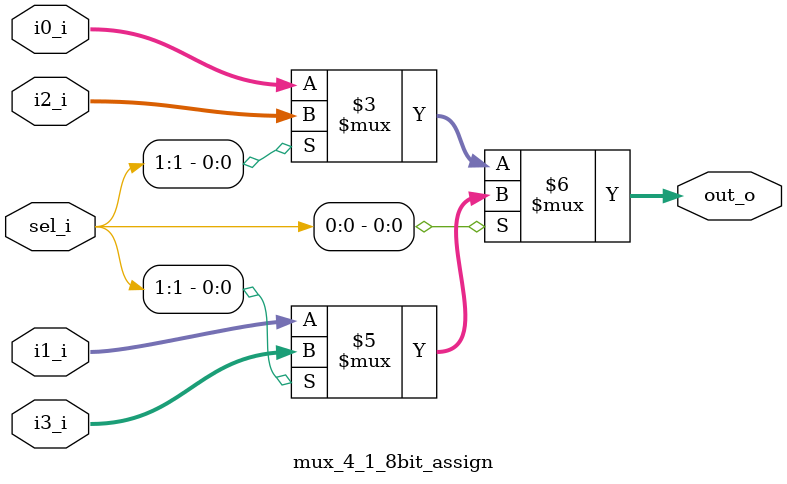
<source format=v>

`timescale 1ns / 1ps


module mux_4_1_8bit_assign
(
input [7:0] i0_i,
input [7:0] i1_i,
input [7:0] i2_i,
input [7:0] i3_i,
input [1:0] sel_i,
output [7:0] out_o
);

assign out_o =  (sel_i[0] == 1'b0) ? 
                (sel_i[1] == 1'b0) ? i0_i : i2_i :
                (sel_i[1] == 1'b0) ? i1_i : i3_i;

//assign out_o =  (sel_i == 2'b00) ? i0_i : 
//                (sel_i == 2'b01) ? i1_i :
//                (sel_i == 2'b10) ? i2_i :
//                                   i3_i;                

endmodule
</source>
